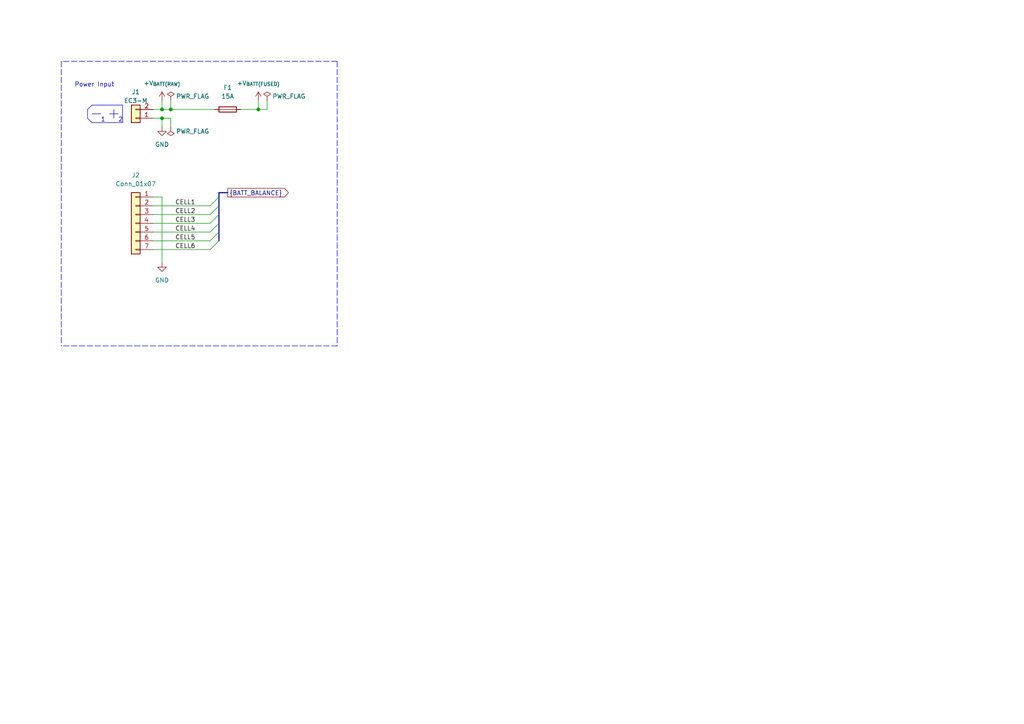
<source format=kicad_sch>
(kicad_sch (version 20231120) (generator "eeschema") (generator_version "8.0")
  (paper "A4")
  (lib_symbols
    (symbol "AT-Supplies:+V_{BATT(FUSED)}" (power) (pin_names (offset 0)) (in_bom no) (on_board no)
      (property "Value" "+V_{BATT(FUSED)}" (at 0 5.08 0))
      (symbol "+V_{BATT(FUSED)}_0_1"
        (polyline (pts (xy -0.76 1.27) (xy 0.002 2.54)))
        (polyline (pts (xy 0.002 0) (xy 0.002 2.54)))
        (polyline (pts (xy 0.002 2.54) (xy 0.764 1.27)))
      )
      (symbol "+V_{BATT(FUSED)}_1_1"
        (pin power_in line (at 0 0 90) (length 0) hide (name "+V_{BATT(FUSED)}") (number "1"))
      )
    )
    (symbol "AT-Supplies:+V_{BATT(RAW)}" (power) (pin_names (offset 0)) (in_bom no) (on_board no)
      (property "Value" "+V_{BATT(RAW)}" (at 0 5.08 0))
      (symbol "+V_{BATT(RAW)}_0_1"
        (polyline (pts (xy -0.76 1.27) (xy 0.002 2.54)))
        (polyline (pts (xy 0.002 0) (xy 0.002 2.54)))
        (polyline (pts (xy 0.002 2.54) (xy 0.764 1.27)))
      )
      (symbol "+V_{BATT(RAW)}_1_1"
        (pin power_in line (at 0 0 90) (length 0) hide (name "+V_{BATT(RAW)}") (number "1"))
      )
    )
    (symbol "Connector_Generic:Conn_01x02" (pin_names (offset 1.016) hide)
      (property "Reference" "J" (at 0 2.54 0))
      (property "Value" "Conn_01x02" (at 0 -5.08 0))
      (symbol "Conn_01x02_1_1"
        (rectangle (start -1.27 -2.413) (end 0 -2.667) (stroke (width 0.1524)))
        (rectangle (start -1.27 0.127) (end 0 -0.127) (stroke (width 0.1524)))
        (rectangle (start -1.27 1.27) (end 1.27 -3.81) (stroke (width 0.254)) (fill (type background)))
        (pin passive line (at -5.08 0 0) (length 3.81) (name "Pin_1") (number "1"))
        (pin passive line (at -5.08 -2.54 0) (length 3.81) (name "Pin_2") (number "2"))
      )
    )
    (symbol "Connector_Generic:Conn_01x07" (pin_names (offset 1.016) hide)
      (property "Reference" "J" (at 0 10.16 0))
      (property "Value" "Conn_01x07" (at 0 -10.16 0))
      (symbol "Conn_01x07_1_1"
        (rectangle (start -1.27 -7.493) (end 0 -7.747) (stroke (width 0.1524)))
        (rectangle (start -1.27 -4.953) (end 0 -5.207) (stroke (width 0.1524)))
        (rectangle (start -1.27 -2.413) (end 0 -2.667) (stroke (width 0.1524)))
        (rectangle (start -1.27 0.127) (end 0 -0.127) (stroke (width 0.1524)))
        (rectangle (start -1.27 2.667) (end 0 2.413) (stroke (width 0.1524)))
        (rectangle (start -1.27 5.207) (end 0 4.953) (stroke (width 0.1524)))
        (rectangle (start -1.27 7.747) (end 0 7.493) (stroke (width 0.1524)))
        (rectangle (start -1.27 8.89) (end 1.27 -8.89) (stroke (width 0.254)) (fill (type background)))
        (pin passive line (at -5.08 7.62 0) (length 3.81) (name "Pin_1") (number "1"))
        (pin passive line (at -5.08 5.08 0) (length 3.81) (name "Pin_2") (number "2"))
        (pin passive line (at -5.08 2.54 0) (length 3.81) (name "Pin_3") (number "3"))
        (pin passive line (at -5.08 0 0) (length 3.81) (name "Pin_4") (number "4"))
        (pin passive line (at -5.08 -2.54 0) (length 3.81) (name "Pin_5") (number "5"))
        (pin passive line (at -5.08 -5.08 0) (length 3.81) (name "Pin_6") (number "6"))
        (pin passive line (at -5.08 -7.62 0) (length 3.81) (name "Pin_7") (number "7"))
      )
    )
    (symbol "Device:Fuse" (pin_numbers hide) (pin_names (offset 0))
      (property "Reference" "F" (at 2.032 0 90))
      (property "Value" "Fuse" (at -1.905 0 90))
      (symbol "Fuse_0_1"
        (rectangle (start -0.762 -2.54) (end 0.762 2.54) (stroke (width 0.254)))
        (polyline (pts (xy 0 2.54) (xy 0 -2.54)))
      )
      (symbol "Fuse_1_1"
        (pin passive line (at 0 3.81 270) (length 1.27) (name "~") (number "1"))
        (pin passive line (at 0 -3.81 90) (length 1.27) (name "~") (number "2"))
      )
    )
    (symbol "power:GND" (power) (pin_names (offset 0))
      (property "Value" "GND" (at 0 -3.81 0))
      (symbol "GND_0_1"
        (polyline (pts (xy 0 0) (xy 0 -1.27) (xy 1.27 -1.27) (xy 0 -2.54) (xy -1.27 -1.27) (xy 0 -1.27)))
      )
      (symbol "GND_1_1"
        (pin power_in line (at 0 0 270) (length 0) hide (name "GND") (number "1"))
      )
    )
    (symbol "power:PWR_FLAG" (power) (pin_numbers hide) (pin_names (offset 0) hide)
      (property "Value" "PWR_FLAG" (at 0 3.81 0))
      (symbol "PWR_FLAG_0_0"
        (pin power_out line (at 0 0 90) (length 0) (name "pwr") (number "1"))
      )
      (symbol "PWR_FLAG_0_1"
        (polyline (pts (xy 0 0) (xy 0 1.27) (xy -1.016 1.905) (xy 0 2.54) (xy 1.016 1.905) (xy 0 1.27)))
      )
    )
  )
  (junction (at 46.99 31.75))
  (junction (at 46.99 34.29))
  (junction (at 49.53 31.75))
  (junction (at 74.93 31.75))
  (bus_entry (at 63.5 57.15) (size -2.54 2.54))
  (bus_entry (at 63.5 64.77) (size -2.54 2.54))
  (bus_entry (at 63.5 69.85) (size -2.54 2.54))
  (bus_entry (at 63.5 59.69) (size -2.54 2.54))
  (bus_entry (at 63.5 67.31) (size -2.54 2.54))
  (bus_entry (at 63.5 62.23) (size -2.54 2.54))
  (wire (pts (xy 49.53 36.83) (xy 49.53 34.29)))
  (wire (pts (xy 44.45 59.69) (xy 60.96 59.69)))
  (polyline (pts (xy 97.79 17.78) (xy 17.78 17.78)) (stroke (width 0) (type dash)))
  (polyline (pts (xy 35.56 35.56) (xy 26.67 35.56)) (stroke (width 0) (type solid)))
  (polyline (pts (xy 25.4 34.29) (xy 26.67 35.56)) (stroke (width 0) (type solid)))
  (polyline (pts (xy 35.56 30.48) (xy 35.56 35.56)) (stroke (width 0) (type solid)))
  (wire (pts (xy 44.45 64.77) (xy 60.96 64.77)))
  (bus (pts (xy 63.5 55.88) (xy 63.5 57.15)))
  (bus (pts (xy 63.5 67.31) (xy 63.5 69.85)))
  (wire (pts (xy 46.99 31.75) (xy 49.53 31.75)))
  (bus (pts (xy 63.5 64.77) (xy 63.5 67.31)))
  (polyline (pts (xy 29.21 33.02) (xy 26.67 33.02)) (stroke (width 0) (type solid)))
  (wire (pts (xy 49.53 31.75) (xy 62.23 31.75)))
  (wire (pts (xy 44.45 31.75) (xy 46.99 31.75)))
  (wire (pts (xy 77.47 31.75) (xy 74.93 31.75)))
  (polyline (pts (xy 34.29 33.02) (xy 31.75 33.02)) (stroke (width 0) (type solid)))
  (polyline (pts (xy 26.67 30.48) (xy 25.4 31.75)) (stroke (width 0) (type solid)))
  (wire (pts (xy 46.99 34.29) (xy 49.53 34.29)))
  (wire (pts (xy 69.85 31.75) (xy 74.93 31.75)))
  (wire (pts (xy 44.45 62.23) (xy 60.96 62.23)))
  (wire (pts (xy 46.99 29.21) (xy 46.99 31.75)))
  (polyline (pts (xy 33.02 31.75) (xy 33.02 34.29)) (stroke (width 0) (type solid)))
  (wire (pts (xy 44.45 67.31) (xy 60.96 67.31)))
  (wire (pts (xy 46.99 57.15) (xy 46.99 76.2)))
  (wire (pts (xy 44.45 57.15) (xy 46.99 57.15)))
  (bus (pts (xy 63.5 57.15) (xy 63.5 59.69)))
  (bus (pts (xy 66.04 55.88) (xy 63.5 55.88)))
  (polyline (pts (xy 35.56 30.48) (xy 26.67 30.48)) (stroke (width 0) (type solid)))
  (bus (pts (xy 63.5 59.69) (xy 63.5 62.23)))
  (bus (pts (xy 63.5 62.23) (xy 63.5 64.77)))
  (wire (pts (xy 74.93 29.21) (xy 74.93 31.75)))
  (wire (pts (xy 44.45 34.29) (xy 46.99 34.29)))
  (wire (pts (xy 44.45 72.39) (xy 60.96 72.39)))
  (polyline (pts (xy 97.79 17.78) (xy 97.79 100.33)) (stroke (width 0) (type dash)))
  (polyline (pts (xy 25.4 31.75) (xy 25.4 34.29)) (stroke (width 0) (type solid)))
  (wire (pts (xy 77.47 29.21) (xy 77.47 31.75)))
  (wire (pts (xy 44.45 69.85) (xy 60.96 69.85)))
  (polyline (pts (xy 97.79 100.33) (xy 17.78 100.33)) (stroke (width 0) (type dash)))
  (polyline (pts (xy 17.78 17.78) (xy 17.78 100.33)) (stroke (width 0) (type dash)))
  (wire (pts (xy 46.99 34.29) (xy 46.99 36.83)))
  (wire (pts (xy 49.53 29.21) (xy 49.53 31.75)))
  (text "2" (at 34.29 35.56 0) (effects (font (size 1.27 1.27)) (justify left bottom)))
  (text "1" (at 29.21 35.56 0) (effects (font (size 1.27 1.27)) (justify left bottom)))
  (text "Power Input" (at 21.59 25.4 0) (effects (font (size 1.27 1.27)) (justify left bottom)))
  (label "CELL1" (at 50.8 59.69 0))
  (label "CELL5" (at 50.8 69.85 0))
  (label "CELL3" (at 50.8 64.77 0))
  (label "CELL2" (at 50.8 62.23 0))
  (label "CELL4" (at 50.8 67.31 0))
  (label "CELL6" (at 50.8 72.39 0))
  (global_label "{BATT_BALANCE}" (shape output) (at 66.04 55.88 0) (property "Intersheetrefs" "${INTERSHEET_REFS}" (effects (hide yes))))
  (symbol (lib_id "Connector_Generic:Conn_01x02") (at 39.37 34.29 180) (unit 1) (in_bom no)
    (property "Reference" "J1" (at 39.37 26.67 0))
    (property "Value" "EC3-M" (at 39.37 29.21 0))
    (property "Footprint" "AT-Connectors:EC3-M_TH_WireMount" (effects (hide yes)))
  )
  (symbol (lib_id "power:GND") (at 46.99 76.2 0) (unit 1)
    (property "Reference" "#PWR03" (effects (hide yes)))
    (property "Value" "GND" (at 46.99 81.28 0))
    (property "Description" "Power symbol creates a global label with name \"GND\" , ground" (effects (hide yes)))
  )
  (symbol (lib_id "power:GND") (at 46.99 36.83 0) (unit 1)
    (property "Reference" "#PWR02" (effects (hide yes)))
    (property "Value" "GND" (at 46.99 41.91 0))
  )
  (symbol (lib_id "power:PWR_FLAG") (at 49.53 29.21 0) (unit 1)
    (property "Reference" "#FLG01" (effects (hide yes)))
    (property "Value" "PWR_FLAG" (at 55.88 27.94 0))
  )
  (symbol (lib_id "power:PWR_FLAG") (at 77.47 29.21 0) (unit 1)
    (property "Reference" "#FLG03" (effects (hide yes)))
    (property "Value" "PWR_FLAG" (at 83.82 27.94 0))
  )
  (symbol (lib_id "AT-Supplies:+V_{BATT(RAW)}") (at 46.99 29.21 0) (unit 1) (in_bom no) (on_board no)
    (property "Reference" "#PWR01" (effects (hide yes)))
    (property "Value" "+V_{BATT(RAW)}" (at 46.992 24.13 0))
  )
  (symbol (lib_id "Connector_Generic:Conn_01x07") (at 39.37 64.77 0) (mirror y) (unit 1)
    (property "Reference" "J2" (at 39.37 50.8 0))
    (property "Value" "Conn_01x07" (at 39.37 53.34 0))
    (property "Footprint" "Connector_JST:JST_XH_S7B-XH-A_1x07_P2.50mm_Horizontal" (effects (hide yes)))
    (property "Description" "Generic connector, single row, 01x07, script generated (kicad-library-utils/schlib/autogen/connector/)" (effects (hide yes)))
    (property "LCSC" "C157916" (effects (hide yes)))
  )
  (symbol (lib_id "Device:Fuse") (at 66.04 31.75 90) (unit 1)
    (property "Reference" "F1" (at 66.04 25.4 90))
    (property "Value" "15A" (at 66.04 27.94 90))
    (property "Footprint" "AT-Fuses:3557-2" (effects (hide yes)))
  )
  (symbol (lib_id "AT-Supplies:+V_{BATT(FUSED)}") (at 74.93 29.21 0) (unit 1) (in_bom no) (on_board no)
    (property "Reference" "#PWR04" (effects (hide yes)))
    (property "Value" "+V_{BATT(FUSED)}" (at 74.932 24.13 0))
  )
  (symbol (lib_id "power:PWR_FLAG") (at 49.53 36.83 180) (unit 1)
    (property "Reference" "#FLG02" (effects (hide yes)))
    (property "Value" "PWR_FLAG" (at 55.88 38.1 0))
  )
)
</source>
